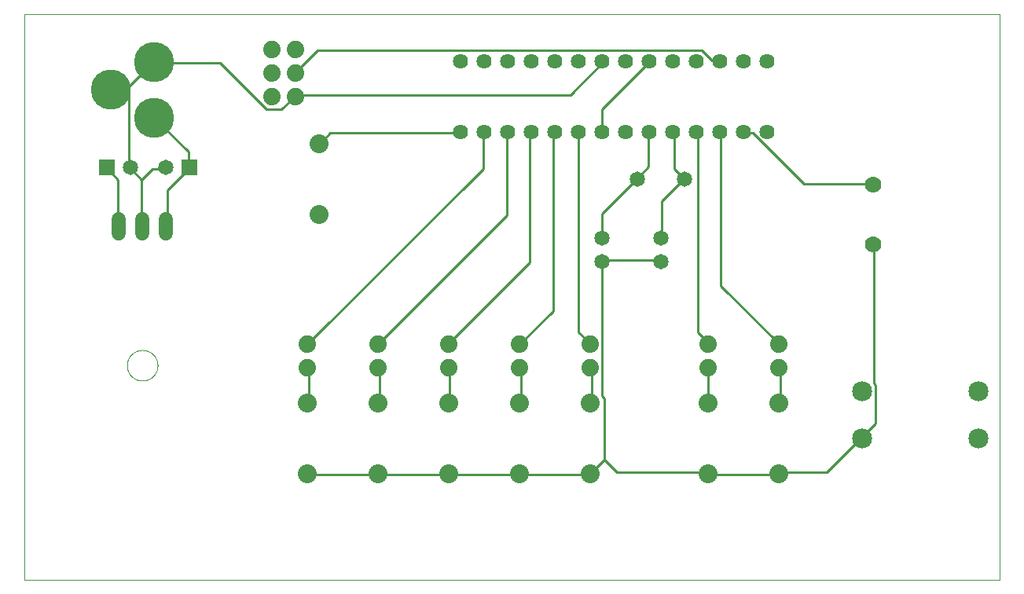
<source format=gtl>
G75*
%MOIN*%
%OFA0B0*%
%FSLAX25Y25*%
%IPPOS*%
%LPD*%
%AMOC8*
5,1,8,0,0,1.08239X$1,22.5*
%
%ADD10C,0.00000*%
%ADD11R,0.06500X0.06500*%
%ADD12C,0.06500*%
%ADD13C,0.07400*%
%ADD14C,0.17000*%
%ADD15C,0.07000*%
%ADD16C,0.08000*%
%ADD17C,0.08500*%
%ADD18C,0.06000*%
%ADD19C,0.06400*%
%ADD20C,0.01000*%
D10*
X0463333Y0001000D02*
X0463333Y0240961D01*
X0877034Y0240961D01*
X0877034Y0001000D01*
X0463333Y0001000D01*
X0506833Y0092000D02*
X0506835Y0092161D01*
X0506841Y0092321D01*
X0506851Y0092482D01*
X0506865Y0092642D01*
X0506883Y0092802D01*
X0506904Y0092961D01*
X0506930Y0093120D01*
X0506960Y0093278D01*
X0506993Y0093435D01*
X0507031Y0093592D01*
X0507072Y0093747D01*
X0507117Y0093901D01*
X0507166Y0094054D01*
X0507219Y0094206D01*
X0507275Y0094357D01*
X0507336Y0094506D01*
X0507399Y0094654D01*
X0507467Y0094800D01*
X0507538Y0094944D01*
X0507612Y0095086D01*
X0507690Y0095227D01*
X0507772Y0095365D01*
X0507857Y0095502D01*
X0507945Y0095636D01*
X0508037Y0095768D01*
X0508132Y0095898D01*
X0508230Y0096026D01*
X0508331Y0096151D01*
X0508435Y0096273D01*
X0508542Y0096393D01*
X0508652Y0096510D01*
X0508765Y0096625D01*
X0508881Y0096736D01*
X0509000Y0096845D01*
X0509121Y0096950D01*
X0509245Y0097053D01*
X0509371Y0097153D01*
X0509499Y0097249D01*
X0509630Y0097342D01*
X0509764Y0097432D01*
X0509899Y0097519D01*
X0510037Y0097602D01*
X0510176Y0097682D01*
X0510318Y0097758D01*
X0510461Y0097831D01*
X0510606Y0097900D01*
X0510753Y0097966D01*
X0510901Y0098028D01*
X0511051Y0098086D01*
X0511202Y0098141D01*
X0511355Y0098192D01*
X0511509Y0098239D01*
X0511664Y0098282D01*
X0511820Y0098321D01*
X0511976Y0098357D01*
X0512134Y0098388D01*
X0512292Y0098416D01*
X0512451Y0098440D01*
X0512611Y0098460D01*
X0512771Y0098476D01*
X0512931Y0098488D01*
X0513092Y0098496D01*
X0513253Y0098500D01*
X0513413Y0098500D01*
X0513574Y0098496D01*
X0513735Y0098488D01*
X0513895Y0098476D01*
X0514055Y0098460D01*
X0514215Y0098440D01*
X0514374Y0098416D01*
X0514532Y0098388D01*
X0514690Y0098357D01*
X0514846Y0098321D01*
X0515002Y0098282D01*
X0515157Y0098239D01*
X0515311Y0098192D01*
X0515464Y0098141D01*
X0515615Y0098086D01*
X0515765Y0098028D01*
X0515913Y0097966D01*
X0516060Y0097900D01*
X0516205Y0097831D01*
X0516348Y0097758D01*
X0516490Y0097682D01*
X0516629Y0097602D01*
X0516767Y0097519D01*
X0516902Y0097432D01*
X0517036Y0097342D01*
X0517167Y0097249D01*
X0517295Y0097153D01*
X0517421Y0097053D01*
X0517545Y0096950D01*
X0517666Y0096845D01*
X0517785Y0096736D01*
X0517901Y0096625D01*
X0518014Y0096510D01*
X0518124Y0096393D01*
X0518231Y0096273D01*
X0518335Y0096151D01*
X0518436Y0096026D01*
X0518534Y0095898D01*
X0518629Y0095768D01*
X0518721Y0095636D01*
X0518809Y0095502D01*
X0518894Y0095365D01*
X0518976Y0095227D01*
X0519054Y0095086D01*
X0519128Y0094944D01*
X0519199Y0094800D01*
X0519267Y0094654D01*
X0519330Y0094506D01*
X0519391Y0094357D01*
X0519447Y0094206D01*
X0519500Y0094054D01*
X0519549Y0093901D01*
X0519594Y0093747D01*
X0519635Y0093592D01*
X0519673Y0093435D01*
X0519706Y0093278D01*
X0519736Y0093120D01*
X0519762Y0092961D01*
X0519783Y0092802D01*
X0519801Y0092642D01*
X0519815Y0092482D01*
X0519825Y0092321D01*
X0519831Y0092161D01*
X0519833Y0092000D01*
X0519831Y0091839D01*
X0519825Y0091679D01*
X0519815Y0091518D01*
X0519801Y0091358D01*
X0519783Y0091198D01*
X0519762Y0091039D01*
X0519736Y0090880D01*
X0519706Y0090722D01*
X0519673Y0090565D01*
X0519635Y0090408D01*
X0519594Y0090253D01*
X0519549Y0090099D01*
X0519500Y0089946D01*
X0519447Y0089794D01*
X0519391Y0089643D01*
X0519330Y0089494D01*
X0519267Y0089346D01*
X0519199Y0089200D01*
X0519128Y0089056D01*
X0519054Y0088914D01*
X0518976Y0088773D01*
X0518894Y0088635D01*
X0518809Y0088498D01*
X0518721Y0088364D01*
X0518629Y0088232D01*
X0518534Y0088102D01*
X0518436Y0087974D01*
X0518335Y0087849D01*
X0518231Y0087727D01*
X0518124Y0087607D01*
X0518014Y0087490D01*
X0517901Y0087375D01*
X0517785Y0087264D01*
X0517666Y0087155D01*
X0517545Y0087050D01*
X0517421Y0086947D01*
X0517295Y0086847D01*
X0517167Y0086751D01*
X0517036Y0086658D01*
X0516902Y0086568D01*
X0516767Y0086481D01*
X0516629Y0086398D01*
X0516490Y0086318D01*
X0516348Y0086242D01*
X0516205Y0086169D01*
X0516060Y0086100D01*
X0515913Y0086034D01*
X0515765Y0085972D01*
X0515615Y0085914D01*
X0515464Y0085859D01*
X0515311Y0085808D01*
X0515157Y0085761D01*
X0515002Y0085718D01*
X0514846Y0085679D01*
X0514690Y0085643D01*
X0514532Y0085612D01*
X0514374Y0085584D01*
X0514215Y0085560D01*
X0514055Y0085540D01*
X0513895Y0085524D01*
X0513735Y0085512D01*
X0513574Y0085504D01*
X0513413Y0085500D01*
X0513253Y0085500D01*
X0513092Y0085504D01*
X0512931Y0085512D01*
X0512771Y0085524D01*
X0512611Y0085540D01*
X0512451Y0085560D01*
X0512292Y0085584D01*
X0512134Y0085612D01*
X0511976Y0085643D01*
X0511820Y0085679D01*
X0511664Y0085718D01*
X0511509Y0085761D01*
X0511355Y0085808D01*
X0511202Y0085859D01*
X0511051Y0085914D01*
X0510901Y0085972D01*
X0510753Y0086034D01*
X0510606Y0086100D01*
X0510461Y0086169D01*
X0510318Y0086242D01*
X0510176Y0086318D01*
X0510037Y0086398D01*
X0509899Y0086481D01*
X0509764Y0086568D01*
X0509630Y0086658D01*
X0509499Y0086751D01*
X0509371Y0086847D01*
X0509245Y0086947D01*
X0509121Y0087050D01*
X0509000Y0087155D01*
X0508881Y0087264D01*
X0508765Y0087375D01*
X0508652Y0087490D01*
X0508542Y0087607D01*
X0508435Y0087727D01*
X0508331Y0087849D01*
X0508230Y0087974D01*
X0508132Y0088102D01*
X0508037Y0088232D01*
X0507945Y0088364D01*
X0507857Y0088498D01*
X0507772Y0088635D01*
X0507690Y0088773D01*
X0507612Y0088914D01*
X0507538Y0089056D01*
X0507467Y0089200D01*
X0507399Y0089346D01*
X0507336Y0089494D01*
X0507275Y0089643D01*
X0507219Y0089794D01*
X0507166Y0089946D01*
X0507117Y0090099D01*
X0507072Y0090253D01*
X0507031Y0090408D01*
X0506993Y0090565D01*
X0506960Y0090722D01*
X0506930Y0090880D01*
X0506904Y0091039D01*
X0506883Y0091198D01*
X0506865Y0091358D01*
X0506851Y0091518D01*
X0506841Y0091679D01*
X0506835Y0091839D01*
X0506833Y0092000D01*
D11*
X0498412Y0176000D03*
X0533255Y0176000D03*
D12*
X0523412Y0176000D03*
X0508255Y0176000D03*
X0708333Y0146000D03*
X0733333Y0146000D03*
X0733333Y0136000D03*
X0708333Y0136000D03*
X0723333Y0171000D03*
X0743333Y0171000D03*
D13*
X0578333Y0206000D03*
X0568333Y0206000D03*
X0568333Y0216000D03*
X0578333Y0216000D03*
X0578333Y0226000D03*
X0568333Y0226000D03*
X0583333Y0101000D03*
X0613333Y0101000D03*
X0613333Y0091000D03*
X0583333Y0091000D03*
X0643333Y0091000D03*
X0673333Y0091000D03*
X0673333Y0101000D03*
X0643333Y0101000D03*
X0703333Y0101000D03*
X0703333Y0091000D03*
X0753333Y0091000D03*
X0753333Y0101000D03*
X0783333Y0101000D03*
X0783333Y0091000D03*
D14*
X0518333Y0197063D03*
X0499829Y0208874D03*
X0518333Y0220685D03*
D15*
X0823333Y0168795D03*
X0823333Y0143205D03*
D16*
X0783333Y0076000D03*
X0753333Y0076000D03*
X0703333Y0076000D03*
X0673333Y0076000D03*
X0643333Y0076000D03*
X0613333Y0076000D03*
X0583333Y0076000D03*
X0583333Y0046000D03*
X0613333Y0046000D03*
X0643333Y0046000D03*
X0673333Y0046000D03*
X0703333Y0046000D03*
X0753333Y0046000D03*
X0783333Y0046000D03*
X0588333Y0156000D03*
X0588333Y0186000D03*
D17*
X0818727Y0080843D03*
X0867940Y0080843D03*
X0867940Y0061157D03*
X0818727Y0061157D03*
D18*
X0523333Y0148000D02*
X0523333Y0154000D01*
X0513333Y0154000D02*
X0513333Y0148000D01*
X0503333Y0148000D02*
X0503333Y0154000D01*
D19*
X0648333Y0191000D03*
X0658333Y0191000D03*
X0668333Y0191000D03*
X0678333Y0191000D03*
X0688333Y0191000D03*
X0698333Y0191000D03*
X0708333Y0191000D03*
X0718333Y0191000D03*
X0728333Y0191000D03*
X0738333Y0191000D03*
X0748333Y0191000D03*
X0758333Y0191000D03*
X0768333Y0191000D03*
X0778333Y0191000D03*
X0778333Y0221000D03*
X0768333Y0221000D03*
X0758333Y0221000D03*
X0748333Y0221000D03*
X0738333Y0221000D03*
X0728333Y0221000D03*
X0718333Y0221000D03*
X0708333Y0221000D03*
X0698333Y0221000D03*
X0688333Y0221000D03*
X0678333Y0221000D03*
X0668333Y0221000D03*
X0658333Y0221000D03*
X0648333Y0221000D03*
D20*
X0694833Y0206800D02*
X0708333Y0220300D01*
X0708333Y0221000D01*
X0728133Y0220300D02*
X0728333Y0221000D01*
X0728133Y0220300D02*
X0708333Y0200500D01*
X0708333Y0191000D01*
X0698433Y0190600D02*
X0698333Y0191000D01*
X0698433Y0190600D02*
X0698433Y0106000D01*
X0702933Y0101500D01*
X0703333Y0101000D01*
X0703333Y0091000D02*
X0703833Y0090700D01*
X0703833Y0076300D01*
X0703333Y0076000D01*
X0708333Y0079000D02*
X0709233Y0078100D01*
X0709233Y0052000D01*
X0714633Y0046600D01*
X0753333Y0046600D01*
X0753333Y0046000D01*
X0753333Y0045700D01*
X0783033Y0045700D01*
X0783333Y0046000D01*
X0783933Y0046600D01*
X0803733Y0046600D01*
X0818133Y0061000D01*
X0818727Y0061157D01*
X0819033Y0061900D01*
X0824433Y0067300D01*
X0824433Y0083500D01*
X0823533Y0084400D01*
X0823533Y0142900D01*
X0823333Y0143205D01*
X0783033Y0101500D02*
X0758733Y0125800D01*
X0758733Y0190600D01*
X0758333Y0191000D01*
X0748833Y0190600D02*
X0748333Y0191000D01*
X0748833Y0190600D02*
X0748833Y0106000D01*
X0753333Y0101500D01*
X0753333Y0101000D01*
X0753333Y0091000D02*
X0753333Y0076000D01*
X0783333Y0076000D02*
X0783933Y0076300D01*
X0783933Y0090700D01*
X0783333Y0091000D01*
X0783333Y0101000D02*
X0783033Y0101500D01*
X0708333Y0079000D02*
X0708333Y0136000D01*
X0708333Y0136600D01*
X0732633Y0136600D01*
X0733333Y0136000D01*
X0733333Y0146000D02*
X0733533Y0146500D01*
X0733533Y0161800D01*
X0742533Y0170800D01*
X0743333Y0171000D01*
X0742533Y0171700D01*
X0738933Y0175300D01*
X0738933Y0190600D01*
X0738333Y0191000D01*
X0728333Y0191000D02*
X0728133Y0190600D01*
X0728133Y0176200D01*
X0723633Y0171700D01*
X0723333Y0171000D01*
X0722733Y0170800D01*
X0708333Y0156400D01*
X0708333Y0146000D01*
X0677733Y0135700D02*
X0643533Y0101500D01*
X0643333Y0101000D01*
X0673333Y0101000D02*
X0674133Y0101500D01*
X0687633Y0115000D01*
X0687633Y0190600D01*
X0688333Y0191000D01*
X0678333Y0191000D02*
X0677733Y0190600D01*
X0677733Y0135700D01*
X0667833Y0155500D02*
X0613333Y0101000D01*
X0584133Y0101500D02*
X0583333Y0101000D01*
X0584133Y0101500D02*
X0657933Y0175300D01*
X0657933Y0190600D01*
X0658333Y0191000D01*
X0648333Y0191000D02*
X0648033Y0190600D01*
X0593133Y0190600D01*
X0588633Y0186100D01*
X0588333Y0186000D01*
X0572433Y0200500D02*
X0566133Y0200500D01*
X0546333Y0220300D01*
X0518433Y0220300D01*
X0518333Y0220685D01*
X0517533Y0220300D01*
X0507633Y0210400D01*
X0499829Y0208874D01*
X0500433Y0209500D01*
X0506733Y0209500D01*
X0507633Y0210400D01*
X0507633Y0176200D01*
X0508255Y0176000D01*
X0508533Y0175300D01*
X0513033Y0170800D01*
X0517533Y0175300D01*
X0522933Y0175300D01*
X0523412Y0176000D01*
X0532833Y0176200D02*
X0533255Y0176000D01*
X0532833Y0175300D01*
X0523833Y0166300D01*
X0523833Y0151000D01*
X0523333Y0151000D01*
X0513333Y0151000D02*
X0513033Y0151000D01*
X0513033Y0170800D01*
X0503133Y0170800D02*
X0498633Y0175300D01*
X0498412Y0176000D01*
X0503133Y0170800D02*
X0503133Y0151000D01*
X0503333Y0151000D01*
X0532833Y0176200D02*
X0532833Y0182500D01*
X0518433Y0196900D01*
X0518333Y0197063D01*
X0572433Y0200500D02*
X0577833Y0205900D01*
X0578333Y0206000D01*
X0578733Y0206800D01*
X0694833Y0206800D01*
X0668333Y0191000D02*
X0667833Y0190600D01*
X0667833Y0155500D01*
X0768333Y0191000D02*
X0768633Y0190600D01*
X0772233Y0190600D01*
X0793833Y0169000D01*
X0822633Y0169000D01*
X0823333Y0168795D01*
X0758333Y0221000D02*
X0757833Y0221200D01*
X0755133Y0221200D01*
X0750633Y0225700D01*
X0587733Y0225700D01*
X0578733Y0216700D01*
X0578333Y0216000D01*
X0583333Y0091000D02*
X0584133Y0090700D01*
X0584133Y0076300D01*
X0583333Y0076000D01*
X0613333Y0076000D02*
X0613833Y0076300D01*
X0613833Y0090700D01*
X0613333Y0091000D01*
X0643333Y0091000D02*
X0643533Y0090700D01*
X0643533Y0076300D01*
X0643333Y0076000D01*
X0673333Y0076000D02*
X0674133Y0076300D01*
X0674133Y0090700D01*
X0673333Y0091000D01*
X0709233Y0052000D02*
X0703833Y0046600D01*
X0703333Y0046000D01*
X0702933Y0045700D01*
X0674133Y0045700D01*
X0673333Y0046000D01*
X0673233Y0045700D01*
X0643533Y0045700D01*
X0643333Y0046000D01*
X0642633Y0045700D01*
X0613833Y0045700D01*
X0613333Y0046000D01*
X0612933Y0045700D01*
X0584133Y0045700D01*
X0583333Y0046000D01*
M02*

</source>
